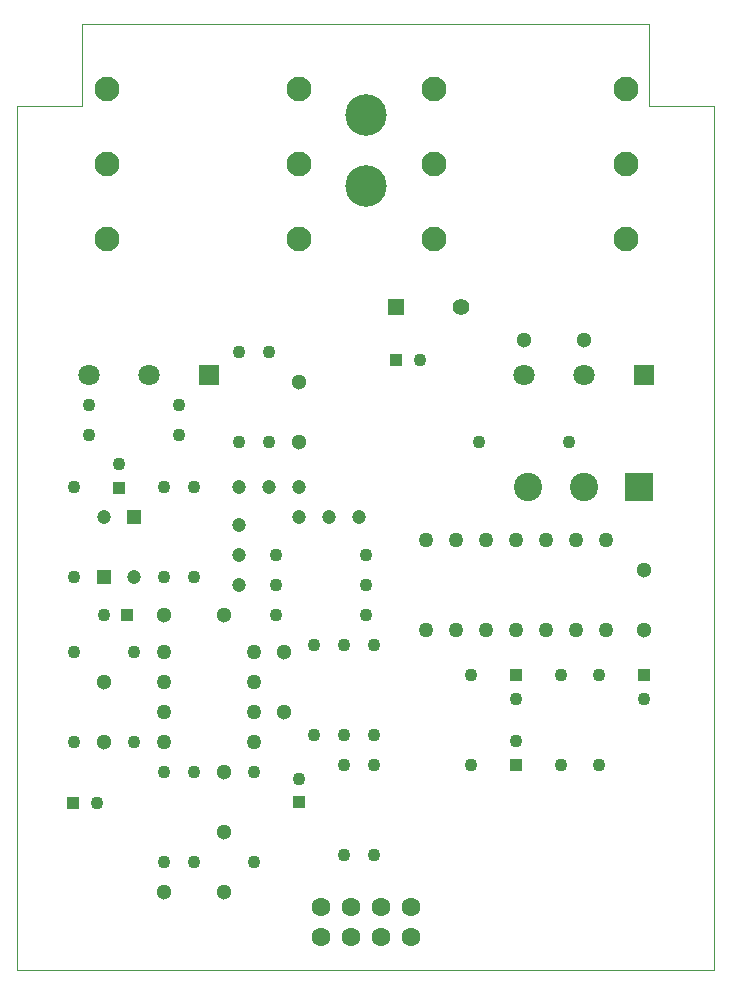
<source format=gts>
G75*
%MOIN*%
%OFA0B0*%
%FSLAX25Y25*%
%IPPOS*%
%LPD*%
%AMOC8*
5,1,8,0,0,1.08239X$1,22.5*
%
%ADD10C,0.05118*%
%ADD11R,0.04331X0.04331*%
%ADD12C,0.04331*%
%ADD13R,0.07087X0.07087*%
%ADD14C,0.07087*%
%ADD15C,0.08268*%
%ADD16C,0.13843*%
%ADD17C,0.06299*%
%ADD18C,0.05512*%
%ADD19R,0.05512X0.05512*%
%ADD20R,0.09449X0.09449*%
%ADD21C,0.09449*%
%ADD22C,0.00000*%
%ADD23C,0.05000*%
%ADD24C,0.04724*%
%ADD25R,0.04724X0.04724*%
D10*
X0054100Y0061000D03*
X0074100Y0061000D03*
X0074100Y0081000D03*
X0074100Y0101000D03*
X0094100Y0121000D03*
X0094100Y0141000D03*
X0074100Y0153500D03*
X0054100Y0153500D03*
X0034100Y0131000D03*
X0034100Y0111000D03*
X0099100Y0211000D03*
X0099100Y0231000D03*
X0174100Y0245000D03*
X0194100Y0245000D03*
X0214100Y0168500D03*
X0214100Y0148500D03*
D11*
X0214105Y0133430D03*
X0171605Y0133430D03*
X0171595Y0103570D03*
X0099095Y0091070D03*
X0042040Y0153500D03*
X0039100Y0195810D03*
X0023920Y0090755D03*
X0131670Y0238505D03*
D12*
X0139530Y0238502D03*
X0159100Y0211000D03*
X0189100Y0211000D03*
X0186600Y0133500D03*
X0199100Y0133500D03*
X0214102Y0125570D03*
X0199100Y0103500D03*
X0186600Y0103500D03*
X0171598Y0111430D03*
X0171602Y0125570D03*
X0156600Y0133500D03*
X0156600Y0103500D03*
X0124100Y0103500D03*
X0124100Y0113500D03*
X0114100Y0113500D03*
X0114100Y0103500D03*
X0104100Y0113500D03*
X0099098Y0098930D03*
X0084100Y0101000D03*
X0064100Y0101000D03*
X0054100Y0101000D03*
X0044100Y0111000D03*
X0031780Y0090752D03*
X0024100Y0111000D03*
X0024100Y0141000D03*
X0034160Y0153500D03*
X0044100Y0141000D03*
X0054100Y0166000D03*
X0064100Y0166000D03*
X0064100Y0196000D03*
X0054100Y0196000D03*
X0059100Y0213500D03*
X0059100Y0223500D03*
X0079100Y0211000D03*
X0089100Y0211000D03*
X0089100Y0241000D03*
X0079100Y0241000D03*
X0039100Y0203690D03*
X0029100Y0213500D03*
X0029100Y0223500D03*
X0024100Y0196000D03*
X0024100Y0166000D03*
X0054100Y0071000D03*
X0064100Y0071000D03*
X0084100Y0071000D03*
X0114100Y0073500D03*
X0124100Y0073500D03*
X0124100Y0143500D03*
X0121600Y0153500D03*
X0121600Y0163500D03*
X0121600Y0173500D03*
X0114100Y0143500D03*
X0104100Y0143500D03*
X0091600Y0153500D03*
X0091600Y0163500D03*
X0091600Y0173500D03*
D13*
X0069100Y0233563D03*
X0214100Y0233563D03*
D14*
X0194100Y0233563D03*
X0174100Y0233563D03*
X0049100Y0233563D03*
X0029100Y0233563D03*
D15*
X0035151Y0278750D03*
X0035151Y0303750D03*
X0035151Y0328750D03*
X0099049Y0328750D03*
X0099049Y0303750D03*
X0099049Y0278750D03*
X0144151Y0278750D03*
X0144151Y0303750D03*
X0144151Y0328750D03*
X0208049Y0328750D03*
X0208049Y0303750D03*
X0208049Y0278750D03*
D16*
X0121600Y0296588D03*
X0121600Y0320210D03*
D17*
X0116600Y0056000D03*
X0116600Y0046000D03*
X0106600Y0046000D03*
X0106600Y0056000D03*
X0126600Y0056000D03*
X0126600Y0046000D03*
X0136600Y0046000D03*
X0136600Y0056000D03*
D18*
X0153350Y0256000D03*
D19*
X0131600Y0256000D03*
D20*
X0212600Y0196000D03*
D21*
X0194100Y0196000D03*
X0175600Y0196000D03*
D22*
X0237633Y0035000D02*
X0005350Y0035000D01*
X0005350Y0323031D01*
X0027004Y0323031D01*
X0027004Y0350591D01*
X0215980Y0350591D01*
X0215980Y0323031D01*
X0237633Y0323031D01*
X0237633Y0035000D01*
D23*
X0201600Y0148500D03*
X0191600Y0148500D03*
X0181600Y0148500D03*
X0171600Y0148500D03*
X0161600Y0148500D03*
X0151600Y0148500D03*
X0141600Y0148500D03*
X0141600Y0178500D03*
X0151600Y0178500D03*
X0161600Y0178500D03*
X0171600Y0178500D03*
X0181600Y0178500D03*
X0191600Y0178500D03*
X0201600Y0178500D03*
X0084100Y0141000D03*
X0084100Y0131000D03*
X0084100Y0121000D03*
X0084100Y0111000D03*
X0054100Y0111000D03*
X0054100Y0121000D03*
X0054100Y0131000D03*
X0054100Y0141000D03*
D24*
X0044100Y0166000D03*
X0034100Y0186000D03*
X0079100Y0183500D03*
X0079100Y0173500D03*
X0079100Y0163500D03*
X0099100Y0186000D03*
X0099100Y0196000D03*
X0089100Y0196000D03*
X0079100Y0196000D03*
X0109100Y0186000D03*
X0119100Y0186000D03*
D25*
X0044100Y0186000D03*
X0034100Y0166000D03*
M02*

</source>
